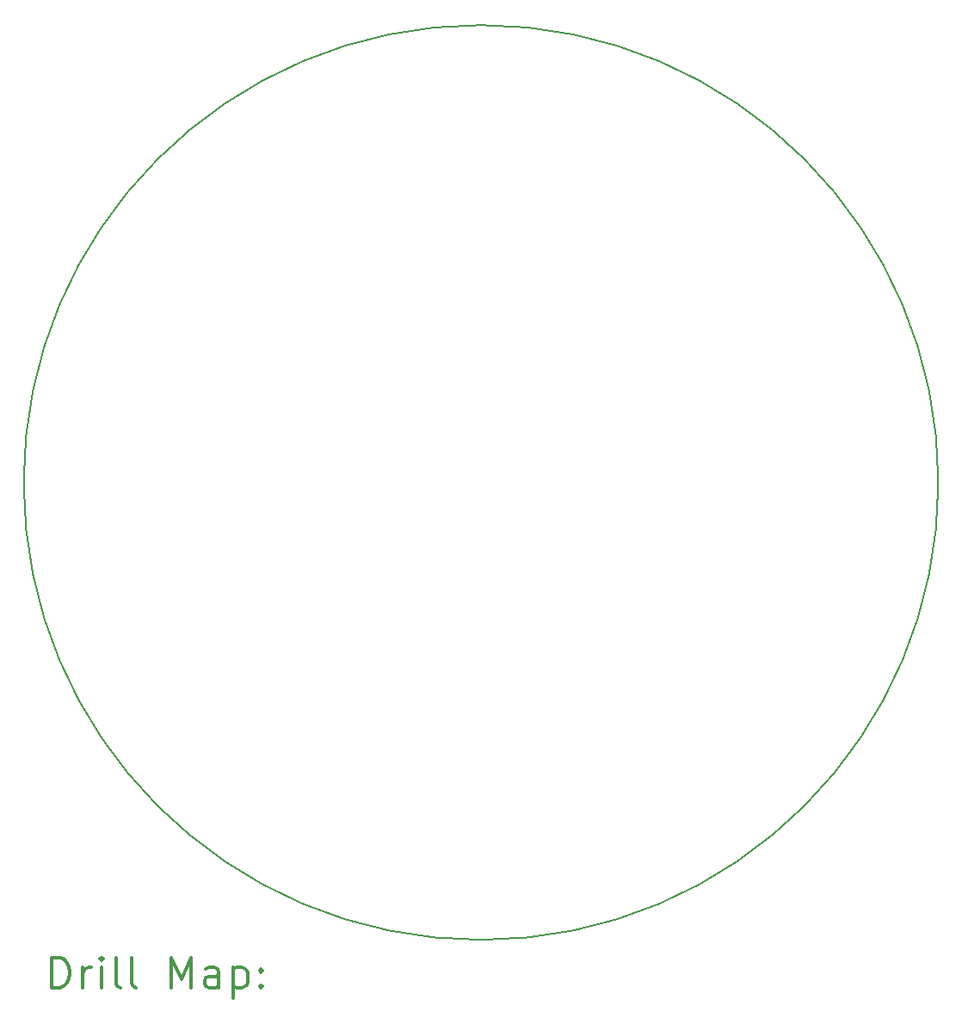
<source format=gbr>
%FSLAX45Y45*%
G04 Gerber Fmt 4.5, Leading zero omitted, Abs format (unit mm)*
G04 Created by KiCad (PCBNEW (5.1.9)-1) date 2021-10-19 01:51:29*
%MOMM*%
%LPD*%
G01*
G04 APERTURE LIST*
%TA.AperFunction,Profile*%
%ADD10C,0.150000*%
%TD*%
%ADD11C,0.200000*%
%ADD12C,0.300000*%
G04 APERTURE END LIST*
D10*
X19500000Y-10000000D02*
G75*
G03*
X19500000Y-10000000I-4500000J0D01*
G01*
D11*
D12*
X10778928Y-14973214D02*
X10778928Y-14673214D01*
X10850357Y-14673214D01*
X10893214Y-14687500D01*
X10921786Y-14716071D01*
X10936071Y-14744643D01*
X10950357Y-14801786D01*
X10950357Y-14844643D01*
X10936071Y-14901786D01*
X10921786Y-14930357D01*
X10893214Y-14958929D01*
X10850357Y-14973214D01*
X10778928Y-14973214D01*
X11078928Y-14973214D02*
X11078928Y-14773214D01*
X11078928Y-14830357D02*
X11093214Y-14801786D01*
X11107500Y-14787500D01*
X11136071Y-14773214D01*
X11164643Y-14773214D01*
X11264643Y-14973214D02*
X11264643Y-14773214D01*
X11264643Y-14673214D02*
X11250357Y-14687500D01*
X11264643Y-14701786D01*
X11278928Y-14687500D01*
X11264643Y-14673214D01*
X11264643Y-14701786D01*
X11450357Y-14973214D02*
X11421786Y-14958929D01*
X11407500Y-14930357D01*
X11407500Y-14673214D01*
X11607500Y-14973214D02*
X11578928Y-14958929D01*
X11564643Y-14930357D01*
X11564643Y-14673214D01*
X11950357Y-14973214D02*
X11950357Y-14673214D01*
X12050357Y-14887500D01*
X12150357Y-14673214D01*
X12150357Y-14973214D01*
X12421786Y-14973214D02*
X12421786Y-14816071D01*
X12407500Y-14787500D01*
X12378928Y-14773214D01*
X12321786Y-14773214D01*
X12293214Y-14787500D01*
X12421786Y-14958929D02*
X12393214Y-14973214D01*
X12321786Y-14973214D01*
X12293214Y-14958929D01*
X12278928Y-14930357D01*
X12278928Y-14901786D01*
X12293214Y-14873214D01*
X12321786Y-14858929D01*
X12393214Y-14858929D01*
X12421786Y-14844643D01*
X12564643Y-14773214D02*
X12564643Y-15073214D01*
X12564643Y-14787500D02*
X12593214Y-14773214D01*
X12650357Y-14773214D01*
X12678928Y-14787500D01*
X12693214Y-14801786D01*
X12707500Y-14830357D01*
X12707500Y-14916071D01*
X12693214Y-14944643D01*
X12678928Y-14958929D01*
X12650357Y-14973214D01*
X12593214Y-14973214D01*
X12564643Y-14958929D01*
X12836071Y-14944643D02*
X12850357Y-14958929D01*
X12836071Y-14973214D01*
X12821786Y-14958929D01*
X12836071Y-14944643D01*
X12836071Y-14973214D01*
X12836071Y-14787500D02*
X12850357Y-14801786D01*
X12836071Y-14816071D01*
X12821786Y-14801786D01*
X12836071Y-14787500D01*
X12836071Y-14816071D01*
M02*

</source>
